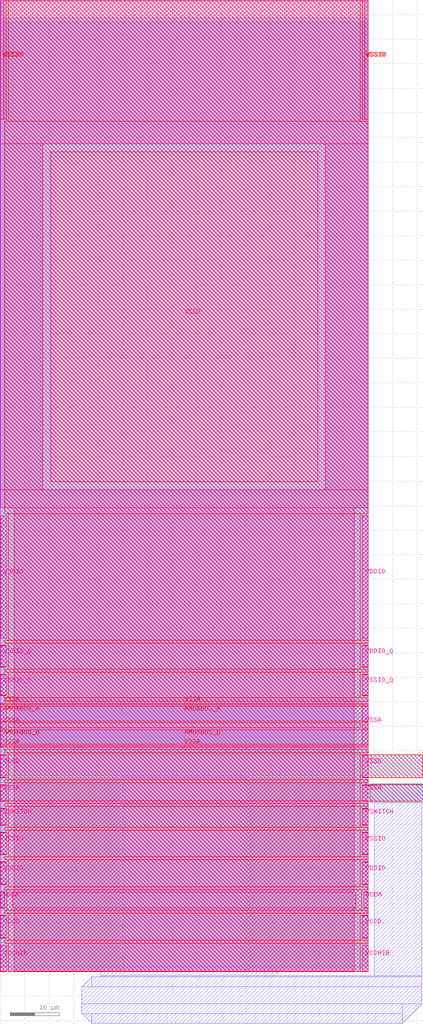
<source format=lef>
VERSION 5.7 ;
  NOWIREEXTENSIONATPIN ON ;
  DIVIDERCHAR "/" ;
  BUSBITCHARS "[]" ;
MACRO sky130_ef_io__vssd_lvc_clamped2_pad
  CLASS PAD POWER ;
  FOREIGN sky130_ef_io__vssd_lvc_clamped2_pad ;
  ORIGIN 0.000 0.000 ;
  SIZE 75.000 BY 197.965 ;
  PIN AMUXBUS_A
    DIRECTION INOUT ;
    USE SIGNAL ;
    PORT
      LAYER met4 ;
        RECT 0.000 51.090 75.000 54.070 ;
    END
    PORT
      LAYER met4 ;
        RECT 0.000 51.090 1.270 54.070 ;
    END
  END AMUXBUS_A
  PIN AMUXBUS_B
    DIRECTION INOUT ;
    USE SIGNAL ;
    PORT
      LAYER met4 ;
        RECT 0.000 46.330 75.000 49.310 ;
    END
    PORT
      LAYER met4 ;
        RECT 0.000 46.330 1.270 49.310 ;
    END
  END AMUXBUS_B
  PIN VSSA
    DIRECTION INOUT ;
    USE GROUND ;
    PORT
      LAYER met5 ;
        RECT 73.730 45.700 75.000 54.700 ;
    END
    PORT
      LAYER met5 ;
        RECT 73.730 34.805 75.000 38.050 ;
    END
    PORT
      LAYER met5 ;
        RECT 0.000 45.700 1.270 54.700 ;
    END
    PORT
      LAYER met5 ;
        RECT 0.000 34.805 1.270 38.050 ;
    END
    PORT
      LAYER met4 ;
        RECT 73.730 49.610 75.000 50.790 ;
    END
    PORT
      LAYER met4 ;
        RECT 0.000 54.370 75.000 54.700 ;
    END
    PORT
      LAYER met4 ;
        RECT 0.000 45.700 75.000 46.030 ;
    END
    PORT
      LAYER met4 ;
        RECT 73.730 34.700 75.000 38.150 ;
    END
    PORT
      LAYER met4 ;
        RECT 0.000 45.700 1.270 46.030 ;
    END
    PORT
      LAYER met4 ;
        RECT 0.000 49.610 1.270 50.790 ;
    END
    PORT
      LAYER met4 ;
        RECT 0.000 54.370 1.270 54.700 ;
    END
    PORT
      LAYER met4 ;
        RECT 0.000 34.700 1.270 38.150 ;
    END
  END VSSA
  PIN VDDA
    DIRECTION INOUT ;
    USE POWER ;
    PORT
      LAYER met5 ;
        RECT 74.035 13.000 75.000 16.250 ;
    END
    PORT
      LAYER met5 ;
        RECT 0.000 13.000 0.965 16.250 ;
    END
    PORT
      LAYER met4 ;
        RECT 74.035 12.900 75.000 16.350 ;
    END
    PORT
      LAYER met4 ;
        RECT 0.000 12.900 0.965 16.350 ;
    END
  END VDDA
  PIN VSWITCH
    DIRECTION INOUT ;
    USE POWER ;
    PORT
      LAYER met5 ;
        RECT 73.730 29.950 75.000 33.200 ;
    END
    PORT
      LAYER met5 ;
        RECT 0.000 29.950 1.270 33.200 ;
    END
    PORT
      LAYER met4 ;
        RECT 73.730 29.850 75.000 33.300 ;
    END
    PORT
      LAYER met4 ;
        RECT 0.000 29.850 1.270 33.300 ;
    END
  END VSWITCH
  PIN VDDIO_Q
    DIRECTION INOUT ;
    USE POWER ;
    PORT
      LAYER met5 ;
        RECT 73.730 62.150 75.000 66.400 ;
    END
    PORT
      LAYER met5 ;
        RECT 0.000 62.150 1.270 66.400 ;
    END
    PORT
      LAYER met4 ;
        RECT 73.730 62.050 75.000 66.500 ;
    END
    PORT
      LAYER met4 ;
        RECT 0.000 62.050 1.270 66.500 ;
    END
  END VDDIO_Q
  PIN VCCHIB
    DIRECTION INOUT ;
    USE POWER ;
    PORT
      LAYER met5 ;
        RECT 73.730 0.100 75.000 5.350 ;
    END
    PORT
      LAYER met5 ;
        RECT 0.000 0.100 1.270 5.350 ;
    END
    PORT
      LAYER met4 ;
        RECT 73.730 0.000 75.000 5.450 ;
    END
    PORT
      LAYER met4 ;
        RECT 0.000 0.000 1.270 5.450 ;
    END
  END VCCHIB
  PIN VDDIO
    DIRECTION INOUT ;
    USE POWER ;
    PORT
      LAYER met5 ;
        RECT 73.730 68.000 75.000 92.950 ;
    END
    PORT
      LAYER met5 ;
        RECT 73.730 17.850 75.000 22.300 ;
    END
    PORT
      LAYER met5 ;
        RECT 0.000 68.000 1.270 92.950 ;
    END
    PORT
      LAYER met5 ;
        RECT 0.000 17.850 1.270 22.300 ;
    END
    PORT
      LAYER met4 ;
        RECT 73.730 17.750 75.000 22.400 ;
    END
    PORT
      LAYER met4 ;
        RECT 73.730 68.000 75.000 92.965 ;
    END
    PORT
      LAYER met4 ;
        RECT 0.000 17.750 1.270 22.400 ;
    END
    PORT
      LAYER met4 ;
        RECT 0.000 68.000 1.270 92.965 ;
    END
  END VDDIO
  PIN VCCD
    DIRECTION INOUT ;
    USE POWER ;
    PORT
      LAYER met5 ;
        RECT 73.730 6.950 75.000 11.400 ;
    END
    PORT
      LAYER met5 ;
        RECT 0.000 6.950 1.270 11.400 ;
    END
    PORT
      LAYER met4 ;
        RECT 73.730 6.850 75.000 11.500 ;
    END
    PORT
      LAYER met4 ;
        RECT 0.000 6.850 1.270 11.500 ;
    END
  END VCCD
  PIN VSSIO
    DIRECTION INOUT ;
    USE GROUND ;
    PORT
      LAYER met4 ;
        RECT 74.225 173.750 75.000 197.965 ;
    END
    PORT
      LAYER met4 ;
        RECT 0.000 173.750 0.705 197.965 ;
    END
    PORT
      LAYER met5 ;
        RECT 73.730 23.900 75.000 28.350 ;
    END
    PORT
      LAYER met5 ;
        RECT 0.000 23.900 1.270 28.350 ;
    END
    PORT
      LAYER met4 ;
        RECT 73.730 23.800 75.000 28.450 ;
    END
    PORT
      LAYER met4 ;
        RECT 73.730 173.750 75.000 197.965 ;
    END
    PORT
      LAYER met4 ;
        RECT 0.000 173.750 1.270 197.965 ;
    END
    PORT
      LAYER met4 ;
        RECT 0.000 23.800 1.270 28.450 ;
    END
  END VSSIO
  PIN VSSD
    DIRECTION INOUT ;
    USE GROUND ;
    PORT
      LAYER met5 ;
        RECT 10.270 99.865 64.670 167.130 ;
    END
    PORT
      LAYER met3 ;
        RECT 50.755 -0.035 74.700 39.565 ;
    END
    PORT
      LAYER met3 ;
        RECT 0.500 -0.035 24.500 39.565 ;
    END
    PORT
      LAYER met5 ;
        RECT 73.730 39.650 75.000 44.100 ;
    END
    PORT
      LAYER met5 ;
        RECT 0.000 39.650 1.270 44.100 ;
    END
    PORT
      LAYER met4 ;
        RECT 73.730 39.550 75.000 44.200 ;
    END
    PORT
      LAYER met4 ;
        RECT 0.000 39.550 1.270 44.200 ;
    END
  END VSSD
  PIN VSSIO_Q
    DIRECTION INOUT ;
    USE GROUND ;
    PORT
      LAYER met5 ;
        RECT 73.730 56.300 75.000 60.550 ;
    END
    PORT
      LAYER met5 ;
        RECT 0.000 56.300 1.270 60.550 ;
    END
    PORT
      LAYER met4 ;
        RECT 73.730 56.200 75.000 60.650 ;
    END
    PORT
      LAYER met4 ;
        RECT 0.000 56.200 1.270 60.650 ;
    END
  END VSSIO_Q
  OBS
      LAYER li1 ;
        RECT 0.240 0.985 74.755 197.745 ;
      LAYER met1 ;
        RECT 0.120 0.000 75.000 197.805 ;
        RECT 75.245 34.455 86.195 38.325 ;
        RECT 16.655 -0.035 56.565 0.000 ;
        RECT 20.495 -0.815 56.565 -0.035 ;
        RECT 76.200 -0.815 85.935 34.455 ;
        RECT 20.495 -1.015 85.935 -0.815 ;
        POLYGON 18.655 -1.015 18.655 -3.015 16.655 -3.015 ;
        RECT 18.655 -3.015 85.935 -1.015 ;
        RECT 16.655 -6.535 85.935 -3.015 ;
        RECT 16.655 -8.535 81.935 -6.535 ;
        POLYGON 16.655 -8.535 18.655 -8.535 18.655 -10.535 ;
        RECT 18.655 -10.535 81.935 -8.535 ;
        POLYGON 81.935 -6.535 85.935 -6.535 81.935 -10.535 ;
      LAYER met2 ;
        RECT 0.500 44.200 75.000 194.395 ;
        RECT 0.500 39.550 86.140 44.200 ;
        RECT 0.500 0.000 75.000 39.550 ;
        RECT 75.245 34.455 86.195 38.325 ;
        RECT 0.500 -0.035 20.495 0.000 ;
        RECT 20.925 -0.035 53.535 0.000 ;
        RECT 54.095 -0.035 74.700 0.000 ;
      LAYER met3 ;
        RECT 0.500 39.965 75.000 193.570 ;
        RECT 24.900 0.000 50.355 39.965 ;
        RECT 75.605 39.550 86.140 44.200 ;
        RECT 75.440 34.695 86.140 38.160 ;
        RECT 26.000 -0.035 36.880 0.000 ;
        RECT 38.380 -0.035 49.255 0.000 ;
      LAYER met4 ;
        RECT 1.670 173.350 73.330 197.965 ;
        RECT 0.965 93.365 75.000 173.350 ;
        RECT 1.670 67.600 73.330 93.365 ;
        RECT 0.965 66.900 75.000 67.600 ;
        RECT 1.670 61.650 73.330 66.900 ;
        RECT 0.965 61.050 75.000 61.650 ;
        RECT 1.670 55.800 73.330 61.050 ;
        RECT 0.965 55.100 75.000 55.800 ;
        RECT 1.670 49.710 73.330 50.690 ;
        RECT 0.965 44.600 75.000 45.300 ;
        RECT 1.670 39.150 73.330 44.600 ;
        RECT 75.000 39.550 86.140 44.200 ;
        RECT 0.965 38.550 75.000 39.150 ;
        RECT 1.670 34.300 73.330 38.550 ;
        RECT 75.000 34.700 86.165 38.150 ;
        RECT 0.965 33.700 75.000 34.300 ;
        RECT 1.670 29.450 73.330 33.700 ;
        RECT 0.965 28.850 75.000 29.450 ;
        RECT 1.670 23.400 73.330 28.850 ;
        RECT 0.965 22.800 75.000 23.400 ;
        RECT 1.670 17.350 73.330 22.800 ;
        RECT 0.965 16.750 75.000 17.350 ;
        RECT 1.365 12.500 73.635 16.750 ;
        RECT 0.965 11.900 75.000 12.500 ;
        RECT 1.670 6.450 73.330 11.900 ;
        RECT 0.965 5.850 75.000 6.450 ;
        RECT 1.670 0.000 73.330 5.850 ;
      LAYER met5 ;
        RECT 0.000 168.730 75.000 197.965 ;
        RECT 0.000 98.265 8.670 168.730 ;
        RECT 66.270 98.265 75.000 168.730 ;
        RECT 0.000 94.550 75.000 98.265 ;
        RECT 2.870 34.805 72.130 94.550 ;
        RECT 0.000 34.800 75.000 34.805 ;
        RECT 2.870 16.250 72.130 34.800 ;
        RECT 2.565 13.000 72.435 16.250 ;
        RECT 2.870 0.100 72.130 13.000 ;
  END
END sky130_ef_io__vssd_lvc_clamped2_pad
END LIBRARY


</source>
